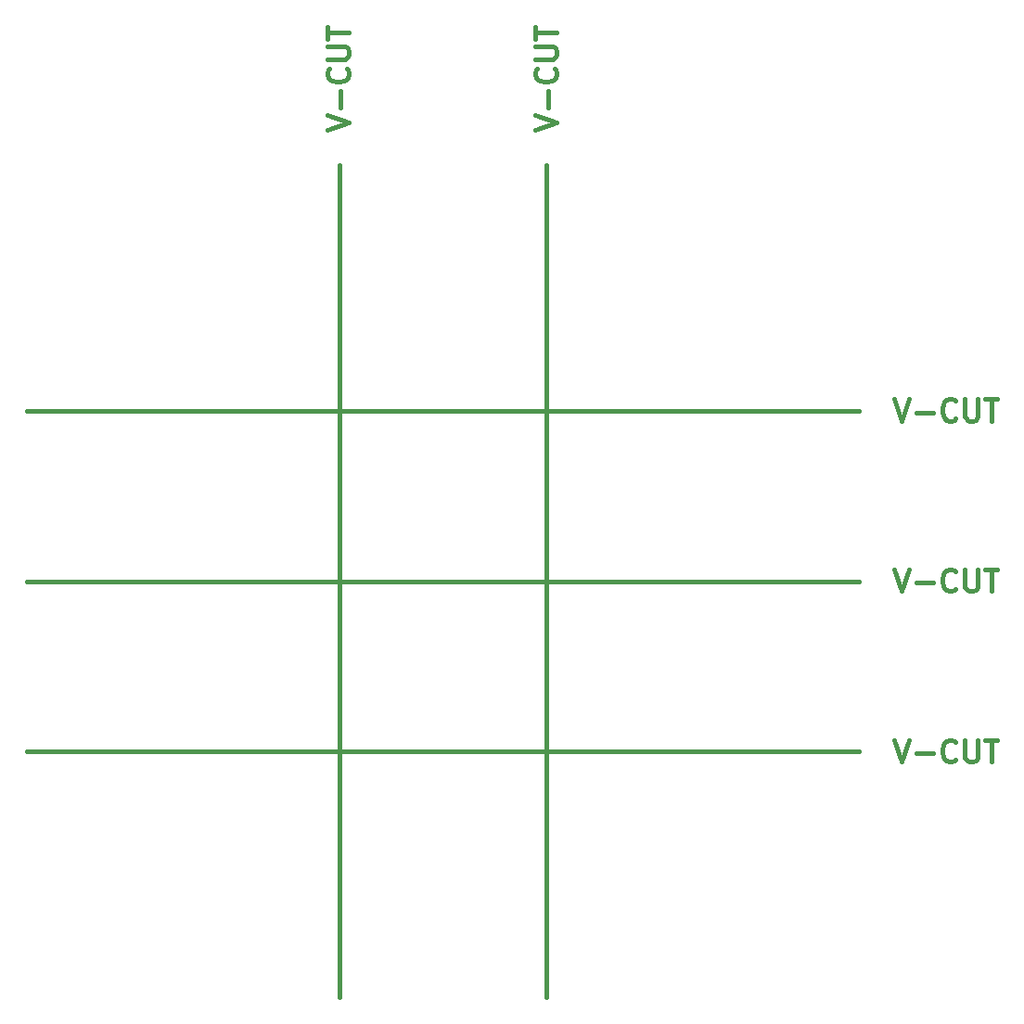
<source format=gbr>
G04 #@! TF.GenerationSoftware,KiCad,Pcbnew,7.0.2-6a45011f42~172~ubuntu22.04.1*
G04 #@! TF.CreationDate,2023-05-25T04:58:00+08:00*
G04 #@! TF.ProjectId,panel_2_1,70616e65-6c5f-4325-9f31-2e6b69636164,rev?*
G04 #@! TF.SameCoordinates,Original*
G04 #@! TF.FileFunction,Other,Comment*
%FSLAX46Y46*%
G04 Gerber Fmt 4.6, Leading zero omitted, Abs format (unit mm)*
G04 Created by KiCad (PCBNEW 7.0.2-6a45011f42~172~ubuntu22.04.1) date 2023-05-25 04:58:00*
%MOMM*%
%LPD*%
G01*
G04 APERTURE LIST*
%ADD10C,0.400000*%
G04 APERTURE END LIST*
D10*
X-3000000Y-19440000D02*
X73000000Y-19440000D01*
X25520000Y3000000D02*
X25520000Y-73000000D01*
X-3000000Y-35000000D02*
X73000000Y-35000000D01*
X-3000000Y-50560000D02*
X73000000Y-50560000D01*
X44480000Y3000000D02*
X44480000Y-73000000D01*
X76190476Y-33925238D02*
X76857142Y-35925238D01*
X76857142Y-35925238D02*
X77523809Y-33925238D01*
X78190476Y-35163333D02*
X79714286Y-35163333D01*
X81809523Y-35734761D02*
X81714285Y-35830000D01*
X81714285Y-35830000D02*
X81428571Y-35925238D01*
X81428571Y-35925238D02*
X81238095Y-35925238D01*
X81238095Y-35925238D02*
X80952380Y-35830000D01*
X80952380Y-35830000D02*
X80761904Y-35639523D01*
X80761904Y-35639523D02*
X80666666Y-35449047D01*
X80666666Y-35449047D02*
X80571428Y-35068095D01*
X80571428Y-35068095D02*
X80571428Y-34782380D01*
X80571428Y-34782380D02*
X80666666Y-34401428D01*
X80666666Y-34401428D02*
X80761904Y-34210952D01*
X80761904Y-34210952D02*
X80952380Y-34020476D01*
X80952380Y-34020476D02*
X81238095Y-33925238D01*
X81238095Y-33925238D02*
X81428571Y-33925238D01*
X81428571Y-33925238D02*
X81714285Y-34020476D01*
X81714285Y-34020476D02*
X81809523Y-34115714D01*
X82666666Y-33925238D02*
X82666666Y-35544285D01*
X82666666Y-35544285D02*
X82761904Y-35734761D01*
X82761904Y-35734761D02*
X82857142Y-35830000D01*
X82857142Y-35830000D02*
X83047618Y-35925238D01*
X83047618Y-35925238D02*
X83428571Y-35925238D01*
X83428571Y-35925238D02*
X83619047Y-35830000D01*
X83619047Y-35830000D02*
X83714285Y-35734761D01*
X83714285Y-35734761D02*
X83809523Y-35544285D01*
X83809523Y-35544285D02*
X83809523Y-33925238D01*
X84476190Y-33925238D02*
X85619047Y-33925238D01*
X85047618Y-35925238D02*
X85047618Y-33925238D01*
X76190476Y-18365238D02*
X76857142Y-20365238D01*
X76857142Y-20365238D02*
X77523809Y-18365238D01*
X78190476Y-19603333D02*
X79714286Y-19603333D01*
X81809523Y-20174761D02*
X81714285Y-20270000D01*
X81714285Y-20270000D02*
X81428571Y-20365238D01*
X81428571Y-20365238D02*
X81238095Y-20365238D01*
X81238095Y-20365238D02*
X80952380Y-20270000D01*
X80952380Y-20270000D02*
X80761904Y-20079523D01*
X80761904Y-20079523D02*
X80666666Y-19889047D01*
X80666666Y-19889047D02*
X80571428Y-19508095D01*
X80571428Y-19508095D02*
X80571428Y-19222380D01*
X80571428Y-19222380D02*
X80666666Y-18841428D01*
X80666666Y-18841428D02*
X80761904Y-18650952D01*
X80761904Y-18650952D02*
X80952380Y-18460476D01*
X80952380Y-18460476D02*
X81238095Y-18365238D01*
X81238095Y-18365238D02*
X81428571Y-18365238D01*
X81428571Y-18365238D02*
X81714285Y-18460476D01*
X81714285Y-18460476D02*
X81809523Y-18555714D01*
X82666666Y-18365238D02*
X82666666Y-19984285D01*
X82666666Y-19984285D02*
X82761904Y-20174761D01*
X82761904Y-20174761D02*
X82857142Y-20270000D01*
X82857142Y-20270000D02*
X83047618Y-20365238D01*
X83047618Y-20365238D02*
X83428571Y-20365238D01*
X83428571Y-20365238D02*
X83619047Y-20270000D01*
X83619047Y-20270000D02*
X83714285Y-20174761D01*
X83714285Y-20174761D02*
X83809523Y-19984285D01*
X83809523Y-19984285D02*
X83809523Y-18365238D01*
X84476190Y-18365238D02*
X85619047Y-18365238D01*
X85047618Y-20365238D02*
X85047618Y-18365238D01*
X76190476Y-49485238D02*
X76857142Y-51485238D01*
X76857142Y-51485238D02*
X77523809Y-49485238D01*
X78190476Y-50723333D02*
X79714286Y-50723333D01*
X81809523Y-51294761D02*
X81714285Y-51390000D01*
X81714285Y-51390000D02*
X81428571Y-51485238D01*
X81428571Y-51485238D02*
X81238095Y-51485238D01*
X81238095Y-51485238D02*
X80952380Y-51390000D01*
X80952380Y-51390000D02*
X80761904Y-51199523D01*
X80761904Y-51199523D02*
X80666666Y-51009047D01*
X80666666Y-51009047D02*
X80571428Y-50628095D01*
X80571428Y-50628095D02*
X80571428Y-50342380D01*
X80571428Y-50342380D02*
X80666666Y-49961428D01*
X80666666Y-49961428D02*
X80761904Y-49770952D01*
X80761904Y-49770952D02*
X80952380Y-49580476D01*
X80952380Y-49580476D02*
X81238095Y-49485238D01*
X81238095Y-49485238D02*
X81428571Y-49485238D01*
X81428571Y-49485238D02*
X81714285Y-49580476D01*
X81714285Y-49580476D02*
X81809523Y-49675714D01*
X82666666Y-49485238D02*
X82666666Y-51104285D01*
X82666666Y-51104285D02*
X82761904Y-51294761D01*
X82761904Y-51294761D02*
X82857142Y-51390000D01*
X82857142Y-51390000D02*
X83047618Y-51485238D01*
X83047618Y-51485238D02*
X83428571Y-51485238D01*
X83428571Y-51485238D02*
X83619047Y-51390000D01*
X83619047Y-51390000D02*
X83714285Y-51294761D01*
X83714285Y-51294761D02*
X83809523Y-51104285D01*
X83809523Y-51104285D02*
X83809523Y-49485238D01*
X84476190Y-49485238D02*
X85619047Y-49485238D01*
X85047618Y-51485238D02*
X85047618Y-49485238D01*
X24445238Y6190477D02*
X26445238Y6857143D01*
X26445238Y6857143D02*
X24445238Y7523810D01*
X25683333Y8190477D02*
X25683333Y9714286D01*
X26254761Y11809524D02*
X26350000Y11714286D01*
X26350000Y11714286D02*
X26445238Y11428572D01*
X26445238Y11428572D02*
X26445238Y11238096D01*
X26445238Y11238096D02*
X26350000Y10952381D01*
X26350000Y10952381D02*
X26159523Y10761905D01*
X26159523Y10761905D02*
X25969047Y10666667D01*
X25969047Y10666667D02*
X25588095Y10571429D01*
X25588095Y10571429D02*
X25302380Y10571429D01*
X25302380Y10571429D02*
X24921428Y10666667D01*
X24921428Y10666667D02*
X24730952Y10761905D01*
X24730952Y10761905D02*
X24540476Y10952381D01*
X24540476Y10952381D02*
X24445238Y11238096D01*
X24445238Y11238096D02*
X24445238Y11428572D01*
X24445238Y11428572D02*
X24540476Y11714286D01*
X24540476Y11714286D02*
X24635714Y11809524D01*
X24445238Y12666667D02*
X26064285Y12666667D01*
X26064285Y12666667D02*
X26254761Y12761905D01*
X26254761Y12761905D02*
X26350000Y12857143D01*
X26350000Y12857143D02*
X26445238Y13047619D01*
X26445238Y13047619D02*
X26445238Y13428572D01*
X26445238Y13428572D02*
X26350000Y13619048D01*
X26350000Y13619048D02*
X26254761Y13714286D01*
X26254761Y13714286D02*
X26064285Y13809524D01*
X26064285Y13809524D02*
X24445238Y13809524D01*
X24445238Y14476191D02*
X24445238Y15619048D01*
X26445238Y15047619D02*
X24445238Y15047619D01*
X43405238Y6190477D02*
X45405238Y6857143D01*
X45405238Y6857143D02*
X43405238Y7523810D01*
X44643333Y8190477D02*
X44643333Y9714286D01*
X45214761Y11809524D02*
X45310000Y11714286D01*
X45310000Y11714286D02*
X45405238Y11428572D01*
X45405238Y11428572D02*
X45405238Y11238096D01*
X45405238Y11238096D02*
X45310000Y10952381D01*
X45310000Y10952381D02*
X45119523Y10761905D01*
X45119523Y10761905D02*
X44929047Y10666667D01*
X44929047Y10666667D02*
X44548095Y10571429D01*
X44548095Y10571429D02*
X44262380Y10571429D01*
X44262380Y10571429D02*
X43881428Y10666667D01*
X43881428Y10666667D02*
X43690952Y10761905D01*
X43690952Y10761905D02*
X43500476Y10952381D01*
X43500476Y10952381D02*
X43405238Y11238096D01*
X43405238Y11238096D02*
X43405238Y11428572D01*
X43405238Y11428572D02*
X43500476Y11714286D01*
X43500476Y11714286D02*
X43595714Y11809524D01*
X43405238Y12666667D02*
X45024285Y12666667D01*
X45024285Y12666667D02*
X45214761Y12761905D01*
X45214761Y12761905D02*
X45310000Y12857143D01*
X45310000Y12857143D02*
X45405238Y13047619D01*
X45405238Y13047619D02*
X45405238Y13428572D01*
X45405238Y13428572D02*
X45310000Y13619048D01*
X45310000Y13619048D02*
X45214761Y13714286D01*
X45214761Y13714286D02*
X45024285Y13809524D01*
X45024285Y13809524D02*
X43405238Y13809524D01*
X43405238Y14476191D02*
X43405238Y15619048D01*
X45405238Y15047619D02*
X43405238Y15047619D01*
M02*

</source>
